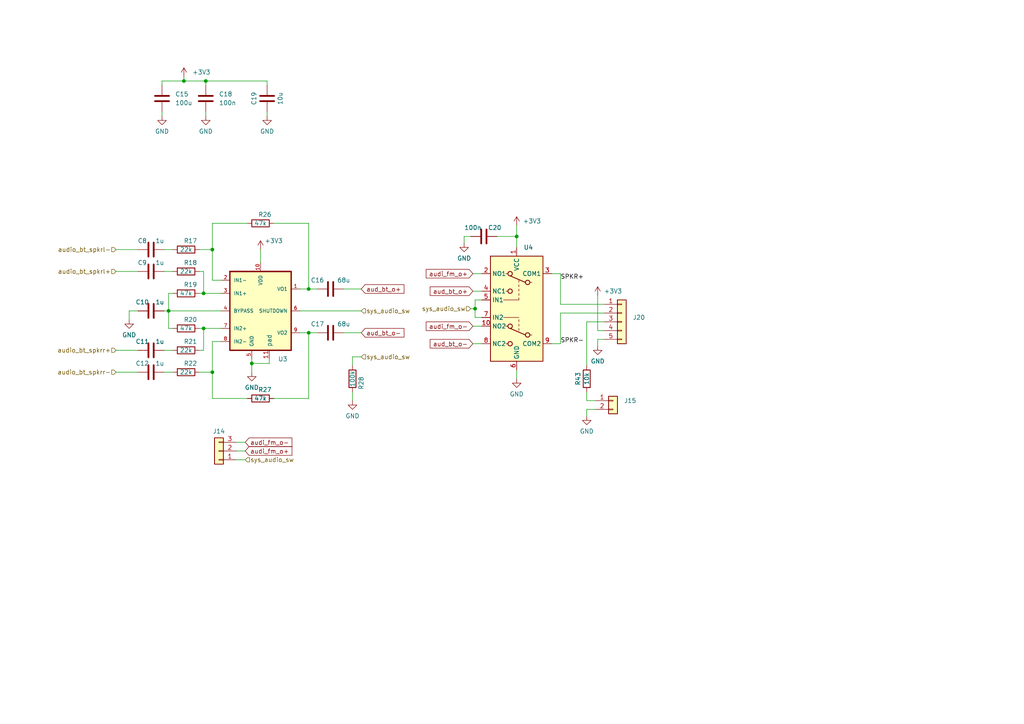
<source format=kicad_sch>
(kicad_sch (version 20211123) (generator eeschema)
  (paper "A4")
  (title_block (title "Audio amplifier") (date "2023-01-13") (rev "0.1") (company "DjenaDev"))
  (lib_symbols
    (symbol "Connector_Generic:Conn_01x02" (pin_names (offset 1.016) hide)
      (property "Reference" "J" (at 0 2.54 0))
      (property "Value" "Conn_01x02" (at 0 -5.08 0))
      (symbol "Conn_01x02_1_1"
        (rectangle (start -1.27 -2.413) (end 0 -2.667) (stroke (width 0.1524)))
        (rectangle (start -1.27 0.127) (end 0 -0.127) (stroke (width 0.1524)))
        (rectangle (start -1.27 1.27) (end 1.27 -3.81) (stroke (width 0.254)) (fill (type background)))
        (pin passive line (at -5.08 0 0) (length 3.81) (name "Pin_1") (number "1"))
        (pin passive line (at -5.08 -2.54 0) (length 3.81) (name "Pin_2") (number "2"))
      )
    )
    (symbol "Connector_Generic:Conn_01x03" (pin_names (offset 1.016) hide)
      (property "Reference" "J" (at 0 5.08 0))
      (property "Value" "Conn_01x03" (at 0 -5.08 0))
      (symbol "Conn_01x03_1_1"
        (rectangle (start -1.27 -2.413) (end 0 -2.667) (stroke (width 0.1524)))
        (rectangle (start -1.27 0.127) (end 0 -0.127) (stroke (width 0.1524)))
        (rectangle (start -1.27 2.667) (end 0 2.413) (stroke (width 0.1524)))
        (rectangle (start -1.27 3.81) (end 1.27 -3.81) (stroke (width 0.254)) (fill (type background)))
        (pin passive line (at -5.08 2.54 0) (length 3.81) (name "Pin_1") (number "1"))
        (pin passive line (at -5.08 0 0) (length 3.81) (name "Pin_2") (number "2"))
        (pin passive line (at -5.08 -2.54 0) (length 3.81) (name "Pin_3") (number "3"))
      )
    )
    (symbol "Connector_Generic:Conn_01x05" (pin_names (offset 1.016) hide)
      (property "Reference" "J" (at 0 7.62 0))
      (property "Value" "Conn_01x05" (at 0 -7.62 0))
      (symbol "Conn_01x05_1_1"
        (rectangle (start -1.27 -4.953) (end 0 -5.207) (stroke (width 0.1524)))
        (rectangle (start -1.27 -2.413) (end 0 -2.667) (stroke (width 0.1524)))
        (rectangle (start -1.27 0.127) (end 0 -0.127) (stroke (width 0.1524)))
        (rectangle (start -1.27 2.667) (end 0 2.413) (stroke (width 0.1524)))
        (rectangle (start -1.27 5.207) (end 0 4.953) (stroke (width 0.1524)))
        (rectangle (start -1.27 6.35) (end 1.27 -6.35) (stroke (width 0.254)) (fill (type background)))
        (pin passive line (at -5.08 5.08 0) (length 3.81) (name "Pin_1") (number "1"))
        (pin passive line (at -5.08 2.54 0) (length 3.81) (name "Pin_2") (number "2"))
        (pin passive line (at -5.08 0 0) (length 3.81) (name "Pin_3") (number "3"))
        (pin passive line (at -5.08 -2.54 0) (length 3.81) (name "Pin_4") (number "4"))
        (pin passive line (at -5.08 -5.08 0) (length 3.81) (name "Pin_5") (number "5"))
      )
    )
    (symbol "Device:C" (pin_numbers hide) (pin_names (offset 0.254))
      (property "Reference" "C" (at 0.635 2.54 0))
      (property "Value" "C" (at 0.635 -2.54 0))
      (symbol "C_0_1"
        (polyline (pts (xy -2.032 -0.762) (xy 2.032 -0.762)) (stroke (width 0.508)))
        (polyline (pts (xy -2.032 0.762) (xy 2.032 0.762)) (stroke (width 0.508)))
      )
      (symbol "C_1_1"
        (pin passive line (at 0 3.81 270) (length 2.794) (name "~") (number "1"))
        (pin passive line (at 0 -3.81 90) (length 2.794) (name "~") (number "2"))
      )
    )
    (symbol "Device:R" (pin_numbers hide) (pin_names (offset 0))
      (property "Reference" "R" (at 2.032 0 90))
      (property "Value" "R" (at 0 0 90))
      (symbol "R_0_1"
        (rectangle (start -1.016 -2.54) (end 1.016 2.54) (stroke (width 0.254)))
      )
      (symbol "R_1_1"
        (pin passive line (at 0 3.81 270) (length 1.27) (name "~") (number "1"))
        (pin passive line (at 0 -3.81 90) (length 1.27) (name "~") (number "2"))
      )
    )
    (symbol "TPA6112A2DGQ:TPA6112A2DGQ" (pin_names (offset 1.016))
      (property "Reference" "U" (at -8.89 16.24 0))
      (property "Value" "TPA6112A2DGQ" (at 5.08 -13.97 0))
      (symbol "TPA6112A2DGQ_0_0"
        (rectangle (start -8.89 11.43) (end 8.89 -11.43) (stroke (width 0.41)) (fill (type background)))
        (pin output line (at 11.43 6.35 180) (length 2.54) (name "VO1") (number "1"))
        (pin power_in line (at 0 13.97 270) (length 2.54) (name "VDD") (number "10"))
        (pin input line (at -11.43 8.89 0) (length 2.54) (name "IN1-") (number "2"))
        (pin input line (at -11.43 5.08 0) (length 2.54) (name "IN1+") (number "3"))
        (pin input line (at -11.43 0 0) (length 2.54) (name "BYPASS") (number "4"))
        (pin power_in line (at -2.54 -13.97 90) (length 2.54) (name "GND") (number "5"))
        (pin input line (at 11.43 0 180) (length 2.54) (name "SHUTDOWN") (number "6"))
        (pin input line (at -11.43 -5.08 0) (length 2.54) (name "IN2+") (number "7"))
        (pin input line (at -11.43 -8.89 0) (length 2.54) (name "IN2-") (number "8"))
        (pin output line (at 11.43 -6.35 180) (length 2.54) (name "VO2") (number "9"))
      )
      (symbol "TPA6112A2DGQ_1_1"
        (pin power_in line (at 2.54 -13.97 90) (length 2.54) (name "pad") (number "11"))
      )
    )
    (symbol "TPA6112A2DGQ:TS5A2234"
      (property "Reference" "U" (at -7.62 17.78 0))
      (symbol "TS5A2234_0_1"
        (rectangle (start -7.62 15.24) (end 7.62 -15.24) (stroke (width 0.254)) (fill (type background)))
        (circle (center -1.905 -10.16) (radius 0.635) (stroke (width 0.254)))
        (circle (center -1.905 -5.08) (radius 0.635) (stroke (width 0.254)))
        (circle (center -1.905 5.08) (radius 0.635) (stroke (width 0.254)))
        (circle (center -1.905 10.16) (radius 0.635) (stroke (width 0.254)))
        (polyline (pts (xy -3.81 -2.54) (xy 0.635 -2.54)))
        (polyline (pts (xy -3.81 2.54) (xy 0.635 2.54)))
        (polyline (pts (xy -3.175 -10.16) (xy -2.54 -10.16)))
        (polyline (pts (xy -3.175 -5.08) (xy -2.54 -5.08)))
        (polyline (pts (xy -3.175 5.08) (xy -2.54 5.08)))
        (polyline (pts (xy -3.175 10.16) (xy -2.54 10.16)))
        (polyline (pts (xy -1.905 9.525) (xy 2.54 7.62)) (stroke (width 0.254)))
        (polyline (pts (xy 0.635 -5.715) (xy 0.635 -6.35)))
        (polyline (pts (xy 0.635 -4.445) (xy 0.635 -5.08)))
        (polyline (pts (xy 0.635 -3.175) (xy 0.635 -3.81)))
        (polyline (pts (xy 0.635 3.175) (xy 0.635 2.54)))
        (polyline (pts (xy 0.635 4.445) (xy 0.635 3.81)))
        (polyline (pts (xy 0.635 5.715) (xy 0.635 5.08)))
        (polyline (pts (xy 0.635 6.985) (xy 0.635 6.35)))
        (polyline (pts (xy 0.635 8.255) (xy 0.635 7.62)))
        (polyline (pts (xy 2.54 -7.62) (xy -1.905 -5.715)) (stroke (width 0.254)))
        (polyline (pts (xy 4.445 -7.62) (xy 3.81 -7.62)))
        (polyline (pts (xy 4.445 7.62) (xy 3.81 7.62)))
        (circle (center 3.175 -7.62) (radius 0.635) (stroke (width 0.254)))
        (circle (center 3.175 7.62) (radius 0.635) (stroke (width 0.254)))
      )
      (symbol "TS5A2234_1_1"
        (pin power_in line (at 0 17.78 270) (length 2.54) (name "VCC") (number "1"))
        (pin bidirectional line (at -10.16 -5.08 0) (length 2.54) (name "NO2") (number "10"))
        (pin bidirectional line (at -10.16 10.16 0) (length 2.54) (name "NO1") (number "2"))
        (pin bidirectional line (at 10.16 10.16 180) (length 2.54) (name "COM1") (number "3"))
        (pin bidirectional line (at -10.16 5.08 0) (length 2.54) (name "NC1") (number "4"))
        (pin input line (at -10.16 2.54 0) (length 2.54) (name "IN1") (number "5"))
        (pin power_in line (at 0 -17.78 90) (length 2.54) (name "GND") (number "6"))
        (pin input line (at -10.16 -2.54 0) (length 2.54) (name "IN2") (number "7"))
        (pin bidirectional line (at -10.16 -10.16 0) (length 2.54) (name "NC2") (number "8"))
        (pin bidirectional line (at 10.16 -10.16 180) (length 2.54) (name "COM2") (number "9"))
      )
    )
    (symbol "power:+3V3" (power) (pin_names (offset 0))
      (property "Value" "+3V3" (at 0 3.556 0))
      (symbol "+3V3_0_1"
        (polyline (pts (xy -0.762 1.27) (xy 0 2.54)))
        (polyline (pts (xy 0 0) (xy 0 2.54)))
        (polyline (pts (xy 0 2.54) (xy 0.762 1.27)))
      )
      (symbol "+3V3_1_1"
        (pin power_in line (at 0 0 90) (length 0) hide (name "+3V3") (number "1"))
      )
    )
    (symbol "power:GND" (power) (pin_names (offset 0))
      (property "Value" "GND" (at 0 -3.81 0))
      (symbol "GND_0_1"
        (polyline (pts (xy 0 0) (xy 0 -1.27) (xy 1.27 -1.27) (xy 0 -2.54) (xy -1.27 -1.27) (xy 0 -1.27)))
      )
      (symbol "GND_1_1"
        (pin power_in line (at 0 0 270) (length 0) hide (name "GND") (number "1"))
      )
    )
  )
  (junction (at 59.055 85.09))
  (junction (at 61.595 72.39))
  (junction (at 59.055 95.25))
  (junction (at 89.535 83.82))
  (junction (at 137.795 89.535))
  (junction (at 53.34 23.495))
  (junction (at 48.895 90.17))
  (junction (at 61.595 107.95))
  (junction (at 73.025 105.41))
  (junction (at 89.535 96.52))
  (junction (at 149.86 68.58))
  (junction (at 59.69 23.495))
  (wire (pts (xy 162.56 90.805) (xy 175.26 90.805)))
  (wire (pts (xy 59.055 78.74) (xy 57.785 78.74)))
  (wire (pts (xy 137.16 94.615) (xy 139.7 94.615)))
  (wire (pts (xy 77.47 24.765) (xy 77.47 23.495)))
  (wire (pts (xy 73.025 104.14) (xy 73.025 105.41)))
  (wire (pts (xy 175.26 98.425) (xy 173.355 98.425)))
  (wire (pts (xy 89.535 96.52) (xy 86.995 96.52)))
  (wire (pts (xy 137.16 84.455) (xy 139.7 84.455)))
  (wire (pts (xy 137.795 92.075) (xy 137.795 89.535)))
  (wire (pts (xy 149.86 68.58) (xy 149.86 71.755)))
  (wire (pts (xy 68.58 130.81) (xy 71.12 130.81)))
  (wire (pts (xy 71.755 64.77) (xy 61.595 64.77)))
  (wire (pts (xy 149.86 107.315) (xy 149.86 109.855)))
  (wire (pts (xy 162.56 99.695) (xy 160.02 99.695)))
  (wire (pts (xy 173.355 98.425) (xy 173.355 100.33)))
  (wire (pts (xy 137.795 86.995) (xy 139.7 86.995)))
  (wire (pts (xy 139.7 92.075) (xy 137.795 92.075)))
  (wire (pts (xy 33.655 101.6) (xy 40.005 101.6)))
  (wire (pts (xy 137.16 79.375) (xy 139.7 79.375)))
  (wire (pts (xy 89.535 83.82) (xy 86.995 83.82)))
  (wire (pts (xy 57.785 72.39) (xy 61.595 72.39)))
  (wire (pts (xy 79.375 115.57) (xy 89.535 115.57)))
  (wire (pts (xy 73.025 105.41) (xy 73.025 107.95)))
  (wire (pts (xy 61.595 81.28) (xy 64.135 81.28)))
  (wire (pts (xy 170.18 113.665) (xy 170.18 116.205)))
  (wire (pts (xy 137.16 99.695) (xy 139.7 99.695)))
  (wire (pts (xy 33.655 78.74) (xy 40.005 78.74)))
  (wire (pts (xy 144.145 68.58) (xy 149.86 68.58)))
  (wire (pts (xy 102.235 113.665) (xy 102.235 116.205)))
  (wire (pts (xy 59.055 95.25) (xy 64.135 95.25)))
  (wire (pts (xy 57.785 101.6) (xy 59.055 101.6)))
  (wire (pts (xy 59.055 78.74) (xy 59.055 85.09)))
  (wire (pts (xy 64.135 99.06) (xy 61.595 99.06)))
  (wire (pts (xy 89.535 64.77) (xy 89.535 83.82)))
  (wire (pts (xy 61.595 115.57) (xy 61.595 107.95)))
  (wire (pts (xy 50.165 85.09) (xy 48.895 85.09)))
  (wire (pts (xy 61.595 72.39) (xy 61.595 81.28)))
  (wire (pts (xy 173.355 95.885) (xy 175.26 95.885)))
  (wire (pts (xy 48.895 90.17) (xy 48.895 95.25)))
  (wire (pts (xy 162.56 99.695) (xy 162.56 90.805)))
  (wire (pts (xy 170.18 118.745) (xy 170.18 120.65)))
  (wire (pts (xy 57.785 107.95) (xy 61.595 107.95)))
  (wire (pts (xy 162.56 79.375) (xy 160.02 79.375)))
  (wire (pts (xy 78.105 104.14) (xy 78.105 105.41)))
  (wire (pts (xy 57.785 85.09) (xy 59.055 85.09)))
  (wire (pts (xy 61.595 64.77) (xy 61.595 72.39)))
  (wire (pts (xy 53.34 22.225) (xy 53.34 23.495)))
  (wire (pts (xy 48.895 85.09) (xy 48.895 90.17)))
  (wire (pts (xy 46.99 32.385) (xy 46.99 33.655)))
  (wire (pts (xy 47.625 78.74) (xy 50.165 78.74)))
  (wire (pts (xy 68.58 133.35) (xy 71.12 133.35)))
  (wire (pts (xy 47.625 101.6) (xy 50.165 101.6)))
  (wire (pts (xy 71.755 115.57) (xy 61.595 115.57)))
  (wire (pts (xy 47.625 72.39) (xy 50.165 72.39)))
  (wire (pts (xy 59.055 85.09) (xy 64.135 85.09)))
  (wire (pts (xy 137.795 89.535) (xy 137.795 86.995)))
  (wire (pts (xy 170.18 93.345) (xy 170.18 106.045)))
  (wire (pts (xy 47.625 107.95) (xy 50.165 107.95)))
  (wire (pts (xy 162.56 79.375) (xy 162.56 88.265)))
  (wire (pts (xy 175.26 93.345) (xy 170.18 93.345)))
  (wire (pts (xy 59.69 23.495) (xy 53.34 23.495)))
  (wire (pts (xy 89.535 96.52) (xy 92.075 96.52)))
  (wire (pts (xy 47.625 90.17) (xy 48.895 90.17)))
  (wire (pts (xy 134.62 68.58) (xy 134.62 70.485)))
  (wire (pts (xy 57.785 95.25) (xy 59.055 95.25)))
  (wire (pts (xy 59.69 24.765) (xy 59.69 23.495)))
  (wire (pts (xy 59.055 95.25) (xy 59.055 101.6)))
  (wire (pts (xy 61.595 99.06) (xy 61.595 107.95)))
  (wire (pts (xy 99.695 96.52) (xy 104.775 96.52)))
  (wire (pts (xy 136.525 89.535) (xy 137.795 89.535)))
  (wire (pts (xy 46.99 23.495) (xy 53.34 23.495)))
  (wire (pts (xy 68.58 128.27) (xy 71.12 128.27)))
  (wire (pts (xy 89.535 96.52) (xy 89.535 115.57)))
  (wire (pts (xy 89.535 83.82) (xy 92.075 83.82)))
  (wire (pts (xy 77.47 32.385) (xy 77.47 33.655)))
  (wire (pts (xy 33.655 107.95) (xy 40.005 107.95)))
  (wire (pts (xy 37.465 90.17) (xy 37.465 92.71)))
  (wire (pts (xy 79.375 64.77) (xy 89.535 64.77)))
  (wire (pts (xy 33.655 72.39) (xy 40.005 72.39)))
  (wire (pts (xy 102.235 103.505) (xy 102.235 106.045)))
  (wire (pts (xy 59.69 32.385) (xy 59.69 33.655)))
  (wire (pts (xy 64.135 90.17) (xy 48.895 90.17)))
  (wire (pts (xy 86.995 90.17) (xy 104.775 90.17)))
  (wire (pts (xy 162.56 88.265) (xy 175.26 88.265)))
  (wire (pts (xy 77.47 23.495) (xy 59.69 23.495)))
  (wire (pts (xy 75.565 72.39) (xy 75.565 76.2)))
  (wire (pts (xy 173.355 85.725) (xy 173.355 95.885)))
  (wire (pts (xy 40.005 90.17) (xy 37.465 90.17)))
  (wire (pts (xy 172.72 118.745) (xy 170.18 118.745)))
  (wire (pts (xy 170.18 116.205) (xy 172.72 116.205)))
  (wire (pts (xy 136.525 68.58) (xy 134.62 68.58)))
  (wire (pts (xy 50.165 95.25) (xy 48.895 95.25)))
  (wire (pts (xy 46.99 24.765) (xy 46.99 23.495)))
  (wire (pts (xy 99.695 83.82) (xy 104.775 83.82)))
  (wire (pts (xy 78.105 105.41) (xy 73.025 105.41)))
  (wire (pts (xy 104.775 103.505) (xy 102.235 103.505)))
  (wire (pts (xy 149.86 65.405) (xy 149.86 68.58)))
  (label "SPKR+" (at 162.56 81.28 0))
  (label "SPKR-" (at 162.56 99.695 0))
  (global_label "audi_fm_o-" (shape input) (at 71.12 128.27 0) (property "Intersheet References" "${INTERSHEET_REFS}" (effects hide)))
  (global_label "aud_bt_o-" (shape input) (at 137.16 99.695 180) (property "Intersheet References" "${INTERSHEET_REFS}" (effects hide)))
  (global_label "aud_bt_o+" (shape input) (at 104.775 83.82 0) (property "Intersheet References" "${INTERSHEET_REFS}" (effects hide)))
  (global_label "aud_bt_o-" (shape input) (at 104.775 96.52 0) (property "Intersheet References" "${INTERSHEET_REFS}" (effects hide)))
  (global_label "aud_bt_o+" (shape input) (at 137.16 84.455 180) (property "Intersheet References" "${INTERSHEET_REFS}" (effects hide)))
  (global_label "audi_fm_o+" (shape input) (at 137.16 79.375 180) (property "Intersheet References" "${INTERSHEET_REFS}" (effects hide)))
  (global_label "audi_fm_o-" (shape input) (at 137.16 94.615 180) (property "Intersheet References" "${INTERSHEET_REFS}" (effects hide)))
  (global_label "audi_fm_o+" (shape input) (at 71.12 130.81 0) (property "Intersheet References" "${INTERSHEET_REFS}" (effects hide)))
  (hierarchical_label "sys_audio_sw" (shape input) (at 104.775 90.17 0))
  (hierarchical_label "audio_bt_spkrr+" (shape input) (at 33.655 101.6 180))
  (hierarchical_label "audio_bt_spkrr-" (shape input) (at 33.655 107.95 180))
  (hierarchical_label "audio_bt_spkrl-" (shape input) (at 33.655 72.39 180))
  (hierarchical_label "sys_audio_sw" (shape input) (at 136.525 89.535 180))
  (hierarchical_label "audio_bt_spkrl+" (shape input) (at 33.655 78.74 180))
  (hierarchical_label "sys_audio_sw" (shape input) (at 104.775 103.505 0))
  (hierarchical_label "sys_audio_sw" (shape input) (at 71.12 133.35 0))
  (symbol (lib_id "Device:C") (at 95.885 96.52 90) (unit 1)
    (property "Reference" "C17" (at 92.075 93.98 90))
    (property "Value" "68u" (at 99.695 93.98 90))
    (property "Footprint" "Resistor_SMD:R_0805_2012Metric_Pad1.20x1.40mm_HandSolder" (effects hide))
  )
  (symbol (lib_id "Device:R") (at 75.565 64.77 90) (unit 1)
    (property "Reference" "R26" (at 76.835 62.23 90))
    (property "Value" "47k" (at 75.565 64.77 90))
    (property "Footprint" "Resistor_SMD:R_0805_2012Metric_Pad1.20x1.40mm_HandSolder" (effects hide))
  )
  (symbol (lib_id "power:GND") (at 37.465 92.71 0) (unit 1)
    (property "Reference" "#PWR0101" (effects hide))
    (property "Value" "GND" (at 37.465 97.155 0))
  )
  (symbol (lib_id "Device:C") (at 43.815 72.39 90) (unit 1)
    (property "Reference" "C8" (at 41.275 69.85 90))
    (property "Value" "1u" (at 46.355 69.85 90))
    (property "Footprint" "Resistor_SMD:R_0805_2012Metric_Pad1.20x1.40mm_HandSolder" (effects hide))
  )
  (symbol (lib_id "TPA6112A2DGQ:TS5A2234") (at 149.86 89.535 0) (unit 1)
    (property "Reference" "U4" (at 151.8794 71.755 0) (effects (justify left)))
    (property "Value" "TS5A2234" (effects hide))
    (property "Footprint" "Package_SO:VSSOP-10_3x3mm_P0.5mm" (effects hide))
    (property "Datasheet" "https://www.ti.com/lit/ds/symlink/ts5a22364.pdf?ts=1685479106302&ref_url=https%253A%252F%252Fwww.ti.com%252Fproduct%252FTS5A22364" (effects hide))
  )
  (symbol (lib_id "power:GND") (at 59.69 33.655 0) (unit 1)
    (property "Reference" "#PWR0144" (effects hide))
    (property "Value" "GND" (at 59.69 38.1 0))
  )
  (symbol (lib_id "power:GND") (at 102.235 116.205 0) (unit 1)
    (property "Reference" "#PWR0106" (effects hide))
    (property "Value" "GND" (at 102.235 120.65 0))
  )
  (symbol (lib_id "TPA6112A2DGQ:TPA6112A2DGQ") (at 75.565 90.17 0) (unit 1)
    (property "Reference" "U3" (at 80.645 104.14 0) (effects (justify left)))
    (property "Value" "TPA6112A2DGQ" (effects hide))
    (property "Footprint" "Package_SO:HVSSOP-10-1EP_3x3mm_P0.5mm_EP1.57x1.88mm_ThermalVias" (effects hide))
  )
  (symbol (lib_id "power:GND") (at 170.18 120.65 0) (unit 1)
    (property "Reference" "#PWR0159" (effects hide))
    (property "Value" "GND" (at 170.18 125.095 0))
  )
  (symbol (lib_id "power:GND") (at 73.025 107.95 0) (unit 1)
    (property "Reference" "#PWR0105" (effects hide))
    (property "Value" "GND" (at 73.025 112.395 0))
  )
  (symbol (lib_id "Device:R") (at 170.18 109.855 0) (unit 1)
    (property "Reference" "R43" (at 167.64 109.855 90))
    (property "Value" "10k" (at 170.18 109.855 90))
    (property "Footprint" "Resistor_SMD:R_0805_2012Metric_Pad1.20x1.40mm_HandSolder" (effects hide))
  )
  (symbol (lib_id "power:+3V3") (at 173.355 85.725 0) (unit 1)
    (property "Reference" "#PWR0158" (effects hide))
    (property "Value" "+3V3" (at 177.8 84.455 0))
  )
  (symbol (lib_id "Device:R") (at 53.975 101.6 90) (unit 1)
    (property "Reference" "R21" (at 55.245 99.06 90))
    (property "Value" "22k" (at 53.975 101.6 90))
    (property "Footprint" "Resistor_SMD:R_0805_2012Metric_Pad1.20x1.40mm_HandSolder" (effects hide))
  )
  (symbol (lib_id "Device:R") (at 53.975 107.95 90) (unit 1)
    (property "Reference" "R22" (at 55.245 105.41 90))
    (property "Value" "22k" (at 53.975 107.95 90))
    (property "Footprint" "Resistor_SMD:R_0805_2012Metric_Pad1.20x1.40mm_HandSolder" (effects hide))
  )
  (symbol (lib_id "Connector_Generic:Conn_01x02") (at 177.8 116.205 0) (unit 1)
    (property "Reference" "J15" (at 180.975 116.2049 0) (effects (justify left)))
    (property "Value" "Conn_01x02_classD_SD" (effects hide))
    (property "Footprint" "Connector_PinSocket_2.54mm:PinSocket_1x02_P2.54mm_Vertical" (effects hide))
  )
  (symbol (lib_id "Device:C") (at 46.99 28.575 0) (unit 1)
    (property "Reference" "C15" (at 50.8 27.3049 0) (effects (justify left)))
    (property "Value" "100u" (at 50.8 29.8449 0) (effects (justify left)))
    (property "Footprint" "Resistor_SMD:R_0805_2012Metric_Pad1.20x1.40mm_HandSolder" (effects hide))
  )
  (symbol (lib_id "Device:C") (at 43.815 101.6 90) (unit 1)
    (property "Reference" "C11" (at 41.275 99.06 90))
    (property "Value" "1u" (at 46.355 99.06 90))
    (property "Footprint" "Resistor_SMD:R_0805_2012Metric_Pad1.20x1.40mm_HandSolder" (effects hide))
  )
  (symbol (lib_id "Device:R") (at 53.975 72.39 90) (unit 1)
    (property "Reference" "R17" (at 55.245 69.85 90))
    (property "Value" "22k" (at 53.975 72.39 90))
    (property "Footprint" "Resistor_SMD:R_0805_2012Metric_Pad1.20x1.40mm_HandSolder" (effects hide))
  )
  (symbol (lib_id "Device:R") (at 53.975 78.74 90) (unit 1)
    (property "Reference" "R18" (at 55.245 76.2 90))
    (property "Value" "22k" (at 53.975 78.74 90))
    (property "Footprint" "Resistor_SMD:R_0805_2012Metric_Pad1.20x1.40mm_HandSolder" (effects hide))
  )
  (symbol (lib_id "Device:C") (at 43.815 107.95 90) (unit 1)
    (property "Reference" "C12" (at 41.275 105.41 90))
    (property "Value" "1u" (at 46.355 105.41 90))
    (property "Footprint" "Resistor_SMD:R_0805_2012Metric_Pad1.20x1.40mm_HandSolder" (effects hide))
  )
  (symbol (lib_id "Device:C") (at 95.885 83.82 90) (unit 1)
    (property "Reference" "C16" (at 92.075 81.28 90))
    (property "Value" "68u" (at 99.695 81.28 90))
    (property "Footprint" "Resistor_SMD:R_0805_2012Metric_Pad1.20x1.40mm_HandSolder" (effects hide))
  )
  (symbol (lib_id "power:GND") (at 173.355 100.33 0) (unit 1)
    (property "Reference" "#PWR0160" (effects hide))
    (property "Value" "GND" (at 173.355 104.775 0))
  )
  (symbol (lib_id "Connector_Generic:Conn_01x03") (at 63.5 130.81 180) (unit 1)
    (property "Reference" "J14" (at 63.5 125.095 0))
    (property "Value" "Conn_01x03_fmModule_audioOutput" (effects hide))
    (property "Footprint" "Connector_PinSocket_2.54mm:PinSocket_1x03_P2.54mm_Vertical" (effects hide))
  )
  (symbol (lib_id "Device:R") (at 53.975 85.09 90) (unit 1)
    (property "Reference" "R19" (at 55.245 82.55 90))
    (property "Value" "47k" (at 53.975 85.09 90))
    (property "Footprint" "Resistor_SMD:R_0805_2012Metric_Pad1.20x1.40mm_HandSolder" (effects hide))
  )
  (symbol (lib_id "power:+3V3") (at 149.86 65.405 0) (unit 1)
    (property "Reference" "#PWR061" (effects hide))
    (property "Value" "+3V3" (at 154.305 64.135 0))
  )
  (symbol (lib_id "power:+3V3") (at 75.565 72.39 0) (unit 1)
    (property "Reference" "#PWR054" (effects hide))
    (property "Value" "+3V3" (at 79.375 69.85 0))
  )
  (symbol (lib_id "Device:C") (at 43.815 78.74 90) (unit 1)
    (property "Reference" "C9" (at 41.275 76.2 90))
    (property "Value" "1u" (at 46.355 76.2 90))
    (property "Footprint" "Resistor_SMD:R_0805_2012Metric_Pad1.20x1.40mm_HandSolder" (effects hide))
  )
  (symbol (lib_id "Device:C") (at 43.815 90.17 90) (unit 1)
    (property "Reference" "C10" (at 41.275 87.63 90))
    (property "Value" "1u" (at 46.355 87.63 90))
    (property "Footprint" "Resistor_SMD:R_0805_2012Metric_Pad1.20x1.40mm_HandSolder" (effects hide))
  )
  (symbol (lib_id "Device:C") (at 77.47 28.575 180) (unit 1)
    (property "Reference" "C19" (at 73.66 28.575 90))
    (property "Value" "10u" (at 81.28 28.575 90))
    (property "Footprint" "Resistor_SMD:R_0805_2012Metric_Pad1.20x1.40mm_HandSolder" (effects hide))
  )
  (symbol (lib_id "power:GND") (at 134.62 70.485 0) (unit 1)
    (property "Reference" "#PWR0140" (effects hide))
    (property "Value" "GND" (at 134.62 74.93 0))
  )
  (symbol (lib_id "power:+3V3") (at 53.34 22.225 0) (unit 1)
    (property "Reference" "#PWR056" (effects hide))
    (property "Value" "+3V3" (at 58.42 20.955 0))
  )
  (symbol (lib_id "Device:R") (at 102.235 109.855 0) (unit 1)
    (property "Reference" "R28" (at 104.775 111.125 90))
    (property "Value" "100k" (at 102.235 109.855 90))
    (property "Footprint" "Resistor_SMD:R_0805_2012Metric_Pad1.20x1.40mm_HandSolder" (effects hide))
  )
  (symbol (lib_id "Device:R") (at 53.975 95.25 90) (unit 1)
    (property "Reference" "R20" (at 55.245 92.71 90))
    (property "Value" "47k" (at 53.975 95.25 90))
    (property "Footprint" "Resistor_SMD:R_0805_2012Metric_Pad1.20x1.40mm_HandSolder" (effects hide))
  )
  (symbol (lib_id "Device:C") (at 59.69 28.575 0) (unit 1)
    (property "Reference" "C18" (at 63.5 27.3049 0) (effects (justify left)))
    (property "Value" "100n" (at 63.5 29.8449 0) (effects (justify left)))
    (property "Footprint" "Resistor_SMD:R_0805_2012Metric_Pad1.20x1.40mm_HandSolder" (effects hide))
  )
  (symbol (lib_id "Device:C") (at 140.335 68.58 90) (unit 1)
    (property "Reference" "C20" (at 143.51 66.04 90))
    (property "Value" "100n" (at 137.16 66.04 90))
    (property "Footprint" "Resistor_SMD:R_0805_2012Metric_Pad1.20x1.40mm_HandSolder" (effects hide))
  )
  (symbol (lib_id "Connector_Generic:Conn_01x05") (at 180.34 93.345 0) (unit 1)
    (property "Reference" "J20" (at 183.515 92.0749 0) (effects (justify left)))
    (property "Value" "Conn_01x05_toClassD" (effects hide))
    (property "Footprint" "Connector_PinSocket_2.54mm:PinSocket_1x05_P2.54mm_Vertical" (effects hide))
  )
  (symbol (lib_id "power:GND") (at 46.99 33.655 0) (unit 1)
    (property "Reference" "#PWR0143" (effects hide))
    (property "Value" "GND" (at 46.99 38.1 0))
  )
  (symbol (lib_id "power:GND") (at 77.47 33.655 0) (unit 1)
    (property "Reference" "#PWR0142" (effects hide))
    (property "Value" "GND" (at 77.47 38.1 0))
  )
  (symbol (lib_id "power:GND") (at 149.86 109.855 0) (unit 1)
    (property "Reference" "#PWR0107" (effects hide))
    (property "Value" "GND" (at 149.86 114.3 0))
  )
  (symbol (lib_id "Device:R") (at 75.565 115.57 90) (unit 1)
    (property "Reference" "R27" (at 76.835 113.03 90))
    (property "Value" "47k" (at 75.565 115.57 90))
    (property "Footprint" "Resistor_SMD:R_0805_2012Metric_Pad1.20x1.40mm_HandSolder" (effects hide))
  )
)
</source>
